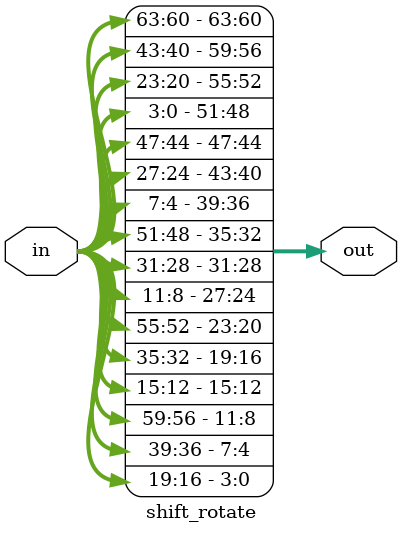
<source format=v>
module shift_rotate(
        input [63:0] in,
        output [63:0] out
);
   
   
    assign out = {in[63:60],in[43:40],in[23:20],in[3:0],in[47:44],in[27:24],in[7:4],in[51:48],in[31:28],in[11:8],in[55:52],in[35:32],in[15:12],in[59:56],in[39:36],in[19:16]};
    
    
endmodule
</source>
